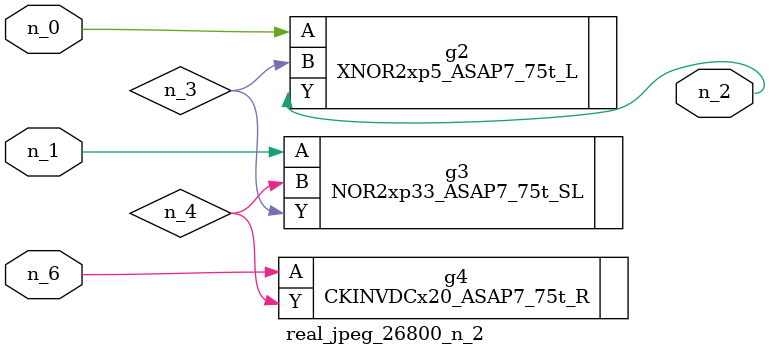
<source format=v>
module real_jpeg_26800_n_2 (n_6, n_1, n_0, n_2);

input n_6;
input n_1;
input n_0;

output n_2;

wire n_4;
wire n_3;

XNOR2xp5_ASAP7_75t_L g2 ( 
.A(n_0),
.B(n_3),
.Y(n_2)
);

NOR2xp33_ASAP7_75t_SL g3 ( 
.A(n_1),
.B(n_4),
.Y(n_3)
);

CKINVDCx20_ASAP7_75t_R g4 ( 
.A(n_6),
.Y(n_4)
);


endmodule
</source>
